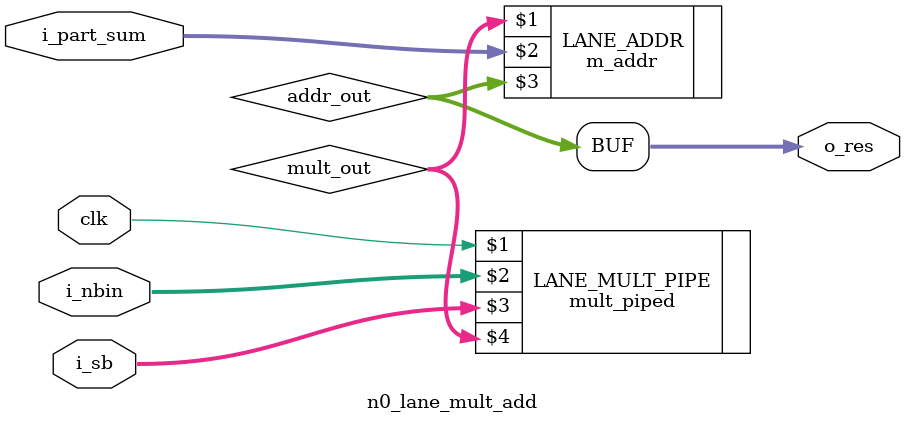
<source format=v>

module n0_cluster (
        clk,
        i_nbin,
        i_sb,
        i_part_sum,
        o_n0
    );

    parameter N    = 16;
    parameter Tn   = 16;
    parameter TnxTn = Tn*Tn; 


    // Need to instantiate:
    //      (1) 16 NBin = 16 entries * 1 wide * 16-bits each -> 1 per unit (16 per cluster)
    //      (2) 16 NBout = 4 entries * 16 wide * 16-bits each -> 1 per unit (16 per cluster)
    //      (3) 256 lanes = 16 units, 16 lanes per unit

    input                       clk;
    input [N*Tn - 1 : 0]        i_nbin;        // Tn values read from NBin SRAM
    input [N*TnxTn - 1 : 0]     i_sb;          // Tn x Tn values read from SB eDRAM
    input [N*TnxTn - 1 : 0]     i_part_sum;    // Tn x Tn partial sum values read from forward buffers
    output [N*TnxTn - 1 : 0]    o_n0;

    wire [N*TnxTn - 1 : 0]      unit_out;       // Tn x Tn values to writeback to NBout

    // Output assignment
    assign o_n0 = unit_out;

    // (3) Main Unit gen
    genvar i;
    generate
        for(i=0; i<Tn; i=i+1) begin : UNIT_gen
            n0_unit UNIT (
                clk,
                i_nbin      [ (i+1)*N - 1    : i*N    ],
                i_sb        [ (i+1)*N*Tn - 1 : i*N*Tn ],
                i_part_sum  [ (i+1)*N*Tn - 1 : i*N*Tn ],
                unit_out    [ (i+1)*N*Tn - 1 : i*N*Tn ]
            );
        end
    endgenerate
endmodule


// Stage one unit:
//      16 lanes each performing a (hopefully) pipied fixed-point multiply
module n0_unit (
        clk,
        i_nbin,
        i_sb,
        i_part_sum,
        o_res
    );

    parameter N  = 16;
    parameter Tn = 16;

    input               clk;
    input   [N-1:0]     i_nbin; 
    input   [Tn*N-1:0]  i_sb;
    input   [Tn*N-1:0]  i_part_sum;
    output  [Tn*N-1:0]  o_res;


    // Add pipelineing registers here to try and autopipeline - putting it in the multiplier fails
    reg     [N-1:0]     nb_reg [1:0];
    reg     [Tn*N-1:0]  sb_reg [1:0];

    always @(posedge clk) begin
        nb_reg[1] <= nb_reg[0];
        sb_reg[1] <= sb_reg[0]; 
        nb_reg[0] <= i_nbin;
        sb_reg[0] <= i_sb;
    end

    genvar i;
    generate
        for(i=0; i<Tn; i=i+1) begin : mult
            n0_lane_mult_add LANE (
                clk,
                nb_reg [1],
                sb_reg [1][ (i+1)*N - 1 : i*N ],
                i_part_sum[ (i+1)*N - 1 : i*N ],
                o_res     [ (i+1)*N - 1 : i*N ]
            );
        end
    endgenerate

endmodule




// Implements a single multiplier and accumulator 
module n0_lane_mult_add (
        clk,
        i_nbin,
        i_sb,
        i_part_sum,
        o_res
    );

    parameter N = 16;

    input           clk;
    input   [N-1:0] i_nbin, i_sb, i_part_sum;
    output  [N-1:0] o_res;

    wire    [N-1:0] mult_out;
    wire    [N-1:0] addr_out;

    assign o_res = addr_out;

    mult_piped LANE_MULT_PIPE (
        clk,
        i_nbin,
        i_sb,
        mult_out
    );

    m_addr #(.N(N)) LANE_ADDR (
        mult_out,
        i_part_sum,
        addr_out
    );

endmodule

</source>
